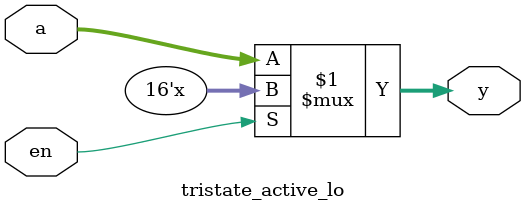
<source format=sv>
module MUX_with_tri_state 
	#(parameter n=16)
	(
	input logic [n-1:0] d0, d1,
	input logic s,
	output tri [3:0] y
	);
	tristate_active_lo t0(d0,s,y);
	tristate_active_hi t1(d1,s,y);
endmodule

module tristate_active_hi 
	#(parameter n=16)
	(
	input logic [n-1:0] a,
	input logic en,
	output tri [n-1:0] y
	);
	
	assign y = en? a : 16'bz;
endmodule

module tristate_active_lo 
	#(parameter n=16)
	(
	input logic [n-1:0] a,
	input logic en,
	output tri [n-1:0] y
	);
	
	assign y = en? 16'bz : a;
endmodule


</source>
